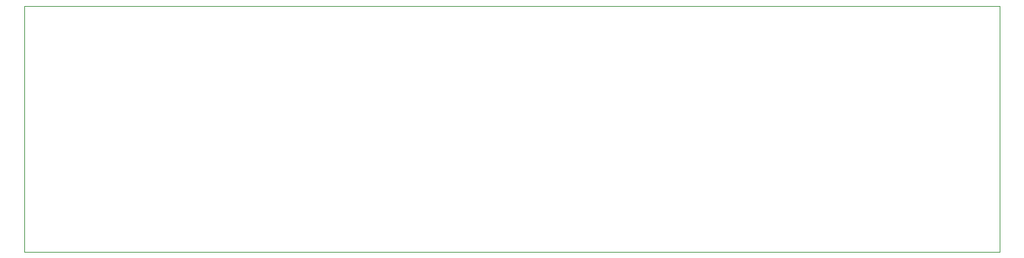
<source format=gbr>
%TF.GenerationSoftware,KiCad,Pcbnew,(5.1.9-0-10_14)*%
%TF.CreationDate,2021-04-29T01:47:43-04:00*%
%TF.ProjectId,ALU,414c552e-6b69-4636-9164-5f7063625858,rev?*%
%TF.SameCoordinates,Original*%
%TF.FileFunction,Profile,NP*%
%FSLAX46Y46*%
G04 Gerber Fmt 4.6, Leading zero omitted, Abs format (unit mm)*
G04 Created by KiCad (PCBNEW (5.1.9-0-10_14)) date 2021-04-29 01:47:43*
%MOMM*%
%LPD*%
G01*
G04 APERTURE LIST*
%TA.AperFunction,Profile*%
%ADD10C,0.050000*%
%TD*%
G04 APERTURE END LIST*
D10*
X15153640Y-31531560D02*
X15153640Y-31673800D01*
X137383520Y-31531560D02*
X15153640Y-31531560D01*
X137383520Y-62296040D02*
X137383520Y-31531560D01*
X15153640Y-62296040D02*
X137383520Y-62296040D01*
X15153640Y-31673800D02*
X15153640Y-62296040D01*
M02*

</source>
